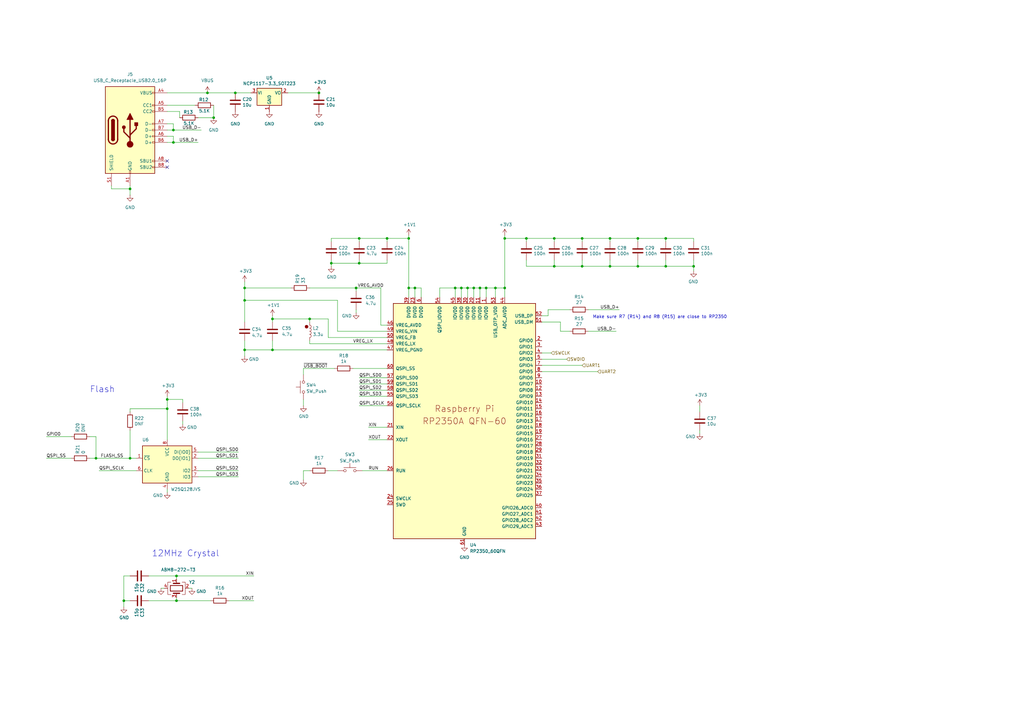
<source format=kicad_sch>
(kicad_sch (version 20231120) (generator "eeschema") (generator_version "8.0")
  (paper "A3")
  (lib_symbols
    (symbol "Connector:USB_C_Receptacle_USB2.0_16P" (pin_names (offset 1.016))
      (property "Reference" "J" (at 0 22.225 0))
      (property "Value" "USB_C_Receptacle_USB2.0_16P" (at 0 19.685 0))
      (symbol "USB_C_Receptacle_USB2.0_16P_0_0"
        (rectangle (start -0.254 -17.78) (end 0.254 -16.764))
        (rectangle (start 10.16 -14.986) (end 9.144 -15.494))
        (rectangle (start 10.16 -12.446) (end 9.144 -12.954))
        (rectangle (start 10.16 -4.826) (end 9.144 -5.334))
        (rectangle (start 10.16 -2.286) (end 9.144 -2.794))
        (rectangle (start 10.16 0.254) (end 9.144 -0.254))
        (rectangle (start 10.16 2.794) (end 9.144 2.286))
        (rectangle (start 10.16 7.874) (end 9.144 7.366))
        (rectangle (start 10.16 10.414) (end 9.144 9.906))
        (rectangle (start 10.16 15.494) (end 9.144 14.986))
      )
      (symbol "USB_C_Receptacle_USB2.0_16P_0_1"
        (rectangle (start -10.16 17.78) (end 10.16 -17.78) (stroke (width 0.254)) (fill (type background)))
        (arc (start -8.89 -3.81) (mid -6.985 -5.7067) (end -5.08 -3.81) (stroke (width 0.508)))
        (arc (start -7.62 -3.81) (mid -6.985 -4.4423) (end -6.35 -3.81) (stroke (width 0.254)))
        (arc (start -7.62 -3.81) (mid -6.985 -4.4423) (end -6.35 -3.81) (stroke (width 0.254)) (fill (type outline)))
        (rectangle (start -7.62 -3.81) (end -6.35 3.81) (stroke (width 0.254)) (fill (type outline)))
        (arc (start -6.35 3.81) (mid -6.985 4.4423) (end -7.62 3.81) (stroke (width 0.254)))
        (arc (start -6.35 3.81) (mid -6.985 4.4423) (end -7.62 3.81) (stroke (width 0.254)) (fill (type outline)))
        (arc (start -5.08 3.81) (mid -6.985 5.7067) (end -8.89 3.81) (stroke (width 0.508)))
        (circle (center -2.54 1.143) (radius 0.635) (stroke (width 0.254)) (fill (type outline)))
        (circle (center 0 -5.842) (radius 1.27) (fill (type outline)))
        (polyline (pts (xy -8.89 -3.81) (xy -8.89 3.81)) (stroke (width 0.508)))
        (polyline (pts (xy -5.08 3.81) (xy -5.08 -3.81)) (stroke (width 0.508)))
        (polyline (pts (xy 0 -5.842) (xy 0 4.318)) (stroke (width 0.508)))
        (polyline (pts (xy 0 -3.302) (xy -2.54 -0.762) (xy -2.54 0.508)) (stroke (width 0.508)))
        (polyline (pts (xy 0 -2.032) (xy 2.54 0.508) (xy 2.54 1.778)) (stroke (width 0.508)))
        (polyline (pts (xy -1.27 4.318) (xy 0 6.858) (xy 1.27 4.318) (xy -1.27 4.318)) (stroke (width 0.254)) (fill (type outline)))
        (rectangle (start 1.905 1.778) (end 3.175 3.048) (stroke (width 0.254)) (fill (type outline)))
      )
      (symbol "USB_C_Receptacle_USB2.0_16P_1_1"
        (pin passive line (at 0 -22.86 90) (length 5.08) (name "GND") (number "A1"))
        (pin passive line (at 0 -22.86 90) (length 5.08) hide (name "GND") (number "A12"))
        (pin passive line (at 15.24 15.24 180) (length 5.08) (name "VBUS") (number "A4"))
        (pin bidirectional line (at 15.24 10.16 180) (length 5.08) (name "CC1") (number "A5"))
        (pin bidirectional line (at 15.24 -2.54 180) (length 5.08) (name "D+") (number "A6"))
        (pin bidirectional line (at 15.24 2.54 180) (length 5.08) (name "D-") (number "A7"))
        (pin bidirectional line (at 15.24 -12.7 180) (length 5.08) (name "SBU1") (number "A8"))
        (pin passive line (at 15.24 15.24 180) (length 5.08) hide (name "VBUS") (number "A9"))
        (pin passive line (at 0 -22.86 90) (length 5.08) hide (name "GND") (number "B1"))
        (pin passive line (at 0 -22.86 90) (length 5.08) hide (name "GND") (number "B12"))
        (pin passive line (at 15.24 15.24 180) (length 5.08) hide (name "VBUS") (number "B4"))
        (pin bidirectional line (at 15.24 7.62 180) (length 5.08) (name "CC2") (number "B5"))
        (pin bidirectional line (at 15.24 -5.08 180) (length 5.08) (name "D+") (number "B6"))
        (pin bidirectional line (at 15.24 0 180) (length 5.08) (name "D-") (number "B7"))
        (pin bidirectional line (at 15.24 -15.24 180) (length 5.08) (name "SBU2") (number "B8"))
        (pin passive line (at 15.24 15.24 180) (length 5.08) hide (name "VBUS") (number "B9"))
        (pin passive line (at -7.62 -22.86 90) (length 5.08) (name "SHIELD") (number "S1"))
      )
    )
    (symbol "Device:C" (pin_numbers hide) (pin_names (offset 0.254))
      (property "Reference" "C" (at 0.635 2.54 0))
      (property "Value" "C" (at 0.635 -2.54 0))
      (symbol "C_0_1"
        (polyline (pts (xy -2.032 -0.762) (xy 2.032 -0.762)) (stroke (width 0.508)))
        (polyline (pts (xy -2.032 0.762) (xy 2.032 0.762)) (stroke (width 0.508)))
      )
      (symbol "C_1_1"
        (pin passive line (at 0 3.81 270) (length 2.794) (name "~") (number "1"))
        (pin passive line (at 0 -3.81 90) (length 2.794) (name "~") (number "2"))
      )
    )
    (symbol "Device:Crystal_GND24" (pin_names (offset 1.016) hide)
      (property "Reference" "Y" (at 3.175 5.08 0))
      (property "Value" "Crystal_GND24" (at 3.175 3.175 0))
      (symbol "Crystal_GND24_0_1"
        (rectangle (start -1.143 2.54) (end 1.143 -2.54) (stroke (width 0.3048)))
        (polyline (pts (xy -2.54 0) (xy -2.032 0)))
        (polyline (pts (xy -2.032 -1.27) (xy -2.032 1.27)) (stroke (width 0.508)))
        (polyline (pts (xy 0 -3.81) (xy 0 -3.556)))
        (polyline (pts (xy 0 3.556) (xy 0 3.81)))
        (polyline (pts (xy 2.032 -1.27) (xy 2.032 1.27)) (stroke (width 0.508)))
        (polyline (pts (xy 2.032 0) (xy 2.54 0)))
        (polyline (pts (xy -2.54 -2.286) (xy -2.54 -3.556) (xy 2.54 -3.556) (xy 2.54 -2.286)))
        (polyline (pts (xy -2.54 2.286) (xy -2.54 3.556) (xy 2.54 3.556) (xy 2.54 2.286)))
      )
      (symbol "Crystal_GND24_1_1"
        (pin passive line (at -3.81 0 0) (length 1.27) (name "1") (number "1"))
        (pin passive line (at 0 5.08 270) (length 1.27) (name "2") (number "2"))
        (pin passive line (at 3.81 0 180) (length 1.27) (name "3") (number "3"))
        (pin passive line (at 0 -5.08 90) (length 1.27) (name "4") (number "4"))
      )
    )
    (symbol "Device:L" (pin_numbers hide) (pin_names (offset 1.016) hide)
      (property "Reference" "L" (at -1.27 0 90))
      (property "Value" "L" (at 1.905 0 90))
      (symbol "L_0_1"
        (arc (start 0 -2.54) (mid 0.6323 -1.905) (end 0 -1.27))
        (arc (start 0 -1.27) (mid 0.6323 -0.635) (end 0 0))
        (arc (start 0 0) (mid 0.6323 0.635) (end 0 1.27))
        (arc (start 0 1.27) (mid 0.6323 1.905) (end 0 2.54))
      )
      (symbol "L_1_1"
        (pin passive line (at 0 3.81 270) (length 1.27) (name "1") (number "1"))
        (pin passive line (at 0 -3.81 90) (length 1.27) (name "2") (number "2"))
      )
    )
    (symbol "Device:R" (pin_numbers hide) (pin_names (offset 0))
      (property "Reference" "R" (at 2.032 0 90))
      (property "Value" "R" (at 0 0 90))
      (symbol "R_0_1"
        (rectangle (start -1.016 -2.54) (end 1.016 2.54) (stroke (width 0.254)))
      )
      (symbol "R_1_1"
        (pin passive line (at 0 3.81 270) (length 1.27) (name "~") (number "1"))
        (pin passive line (at 0 -3.81 90) (length 1.27) (name "~") (number "2"))
      )
    )
    (symbol "GND_1" (power) (pin_numbers hide) (pin_names (offset 0) hide)
      (property "Value" "GND" (at 0 -3.81 0))
      (symbol "GND_1_0_1"
        (polyline (pts (xy 0 0) (xy 0 -1.27) (xy 1.27 -1.27) (xy 0 -2.54) (xy -1.27 -1.27) (xy 0 -1.27)))
      )
      (symbol "GND_1_1_1"
        (pin power_in line (at 0 0 270) (length 0) (name "~") (number "1"))
      )
    )
    (symbol "MCU_RaspberryPi_RP2350:RP2350_60QFN" (pin_names (offset 1.016))
      (property "Reference" "U" (at -29.21 49.53 0))
      (property "Value" "RP2350_60QFN" (at 24.13 -49.53 0))
      (symbol "RP2350_60QFN_0_0"
        (text "Raspberry Pi" (at 0 5.08 0) (effects (font (size 2.54 2.54))))
      )
      (symbol "RP2350_60QFN_0_1"
        (rectangle (start 29.21 48.26) (end -29.21 -48.26) (stroke (width 0.254)) (fill (type background)))
      )
      (symbol "RP2350_60QFN_1_0"
        (text "RP2350A QFN-60" (at 0 0 0) (effects (font (size 2.54 2.54))))
      )
      (symbol "RP2350_60QFN_1_1"
        (pin power_in line (at 8.89 50.8 270) (length 2.54) (name "IOVDD") (number "1"))
        (pin bidirectional line (at 31.75 15.24 180) (length 2.54) (name "GPIO7") (number "10"))
        (pin power_in line (at 6.35 50.8 270) (length 2.54) (name "IOVDD") (number "11"))
        (pin bidirectional line (at 31.75 12.7 180) (length 2.54) (name "GPIO8") (number "12"))
        (pin bidirectional line (at 31.75 10.16 180) (length 2.54) (name "GPIO9") (number "13"))
        (pin bidirectional line (at 31.75 7.62 180) (length 2.54) (name "GPIO10") (number "14"))
        (pin bidirectional line (at 31.75 5.08 180) (length 2.54) (name "GPIO11") (number "15"))
        (pin bidirectional line (at 31.75 2.54 180) (length 2.54) (name "GPIO12") (number "16"))
        (pin bidirectional line (at 31.75 0 180) (length 2.54) (name "GPIO13") (number "17"))
        (pin bidirectional line (at 31.75 -2.54 180) (length 2.54) (name "GPIO14") (number "18"))
        (pin bidirectional line (at 31.75 -5.08 180) (length 2.54) (name "GPIO15") (number "19"))
        (pin bidirectional line (at 31.75 33.02 180) (length 2.54) (name "GPIO0") (number "2"))
        (pin power_in line (at 3.81 50.8 270) (length 2.54) (name "IOVDD") (number "20"))
        (pin input line (at -31.75 -2.54 0) (length 2.54) (name "XIN") (number "21"))
        (pin passive line (at -31.75 -7.62 0) (length 2.54) (name "XOUT") (number "22"))
        (pin power_in line (at -20.32 50.8 270) (length 2.54) (name "DVDD") (number "23"))
        (pin output line (at -31.75 -31.75 0) (length 2.54) (name "SWCLK") (number "24"))
        (pin bidirectional line (at -31.75 -34.29 0) (length 2.54) (name "SWD") (number "25"))
        (pin input line (at -31.75 -20.32 0) (length 2.54) (name "RUN") (number "26"))
        (pin bidirectional line (at 31.75 -7.62 180) (length 2.54) (name "GPIO16") (number "27"))
        (pin bidirectional line (at 31.75 -10.16 180) (length 2.54) (name "GPIO17") (number "28"))
        (pin bidirectional line (at 31.75 -12.7 180) (length 2.54) (name "GPIO18") (number "29"))
        (pin bidirectional line (at 31.75 30.48 180) (length 2.54) (name "GPIO1") (number "3"))
        (pin power_in line (at 1.27 50.8 270) (length 2.54) (name "IOVDD") (number "30"))
        (pin bidirectional line (at 31.75 -15.24 180) (length 2.54) (name "GPIO19") (number "31"))
        (pin bidirectional line (at 31.75 -17.78 180) (length 2.54) (name "GPIO20") (number "32"))
        (pin bidirectional line (at 31.75 -20.32 180) (length 2.54) (name "GPIO21") (number "33"))
        (pin bidirectional line (at 31.75 -22.86 180) (length 2.54) (name "GPIO22") (number "34"))
        (pin bidirectional line (at 31.75 -25.4 180) (length 2.54) (name "GPIO23") (number "35"))
        (pin bidirectional line (at 31.75 -27.94 180) (length 2.54) (name "GPIO24") (number "36"))
        (pin bidirectional line (at 31.75 -30.48 180) (length 2.54) (name "GPIO25") (number "37"))
        (pin power_in line (at -1.27 50.8 270) (length 2.54) (name "IOVDD") (number "38"))
        (pin power_in line (at -22.86 50.8 270) (length 2.54) (name "DVDD") (number "39"))
        (pin bidirectional line (at 31.75 27.94 180) (length 2.54) (name "GPIO2") (number "4"))
        (pin bidirectional line (at 31.75 -35.56 180) (length 2.54) (name "GPIO26_ADC0") (number "40"))
        (pin bidirectional line (at 31.75 -38.1 180) (length 2.54) (name "GPIO27_ADC1") (number "41"))
        (pin bidirectional line (at 31.75 -40.64 180) (length 2.54) (name "GPIO28_ADC2") (number "42"))
        (pin bidirectional line (at 31.75 -43.18 180) (length 2.54) (name "GPIO29_ADC3") (number "43"))
        (pin power_in line (at 16.51 50.8 270) (length 2.54) (name "ADC_AVDD") (number "44"))
        (pin power_in line (at -3.81 50.8 270) (length 2.54) (name "IOVDD") (number "45"))
        (pin power_in line (at -31.75 39.37 0) (length 2.54) (name "VREG_AVDD") (number "46"))
        (pin power_in line (at -31.75 29.21 0) (length 2.54) (name "VREG_PGND") (number "47"))
        (pin power_out line (at -31.75 31.75 0) (length 2.54) (name "VREG_LX") (number "48"))
        (pin power_in line (at -31.75 36.83 0) (length 2.54) (name "VREG_VIN") (number "49"))
        (pin bidirectional line (at 31.75 25.4 180) (length 2.54) (name "GPIO3") (number "5"))
        (pin input line (at -31.75 34.29 0) (length 2.54) (name "VREG_FB") (number "50"))
        (pin bidirectional line (at 31.75 40.64 180) (length 2.54) (name "USB_DM") (number "51"))
        (pin bidirectional line (at 31.75 43.18 180) (length 2.54) (name "USB_DP") (number "52"))
        (pin power_in line (at 12.7 50.8 270) (length 2.54) (name "USB_OTP_VDD") (number "53"))
        (pin power_in line (at -10.16 50.8 270) (length 2.54) (name "QSPI_IOVDD") (number "54"))
        (pin bidirectional line (at -31.75 10.16 0) (length 2.54) (name "QSPI_SD3") (number "55"))
        (pin output line (at -31.75 6.35 0) (length 2.54) (name "QSPI_SCLK") (number "56"))
        (pin bidirectional line (at -31.75 17.78 0) (length 2.54) (name "QSPI_SD0") (number "57"))
        (pin bidirectional line (at -31.75 12.7 0) (length 2.54) (name "QSPI_SD2") (number "58"))
        (pin bidirectional line (at -31.75 15.24 0) (length 2.54) (name "QSPI_SD1") (number "59"))
        (pin power_in line (at -17.78 50.8 270) (length 2.54) (name "DVDD") (number "6"))
        (pin bidirectional line (at -31.75 21.59 0) (length 2.54) (name "QSPI_SS") (number "60"))
        (pin power_in line (at 0 -50.8 90) (length 2.54) (name "GND") (number "61"))
        (pin bidirectional line (at 31.75 22.86 180) (length 2.54) (name "GPIO4") (number "7"))
        (pin bidirectional line (at 31.75 20.32 180) (length 2.54) (name "GPIO5") (number "8"))
        (pin bidirectional line (at 31.75 17.78 180) (length 2.54) (name "GPIO6") (number "9"))
      )
    )
    (symbol "Memory_Flash:W25Q128JVS"
      (property "Reference" "U" (at -8.89 8.89 0))
      (property "Value" "W25Q128JVS" (at 7.62 8.89 0))
      (symbol "W25Q128JVS_0_1"
        (rectangle (start -10.16 7.62) (end 10.16 -7.62) (stroke (width 0.254)) (fill (type background)))
      )
      (symbol "W25Q128JVS_1_1"
        (pin input line (at -12.7 2.54 0) (length 2.54) (name "~{CS}") (number "1"))
        (pin bidirectional line (at 12.7 2.54 180) (length 2.54) (name "DO(IO1)") (number "2"))
        (pin bidirectional line (at 12.7 -2.54 180) (length 2.54) (name "IO2") (number "3"))
        (pin power_in line (at 0 -10.16 90) (length 2.54) (name "GND") (number "4"))
        (pin bidirectional line (at 12.7 5.08 180) (length 2.54) (name "DI(IO0)") (number "5"))
        (pin input line (at -12.7 -2.54 0) (length 2.54) (name "CLK") (number "6"))
        (pin bidirectional line (at 12.7 -5.08 180) (length 2.54) (name "IO3") (number "7"))
        (pin power_in line (at 0 10.16 270) (length 2.54) (name "VCC") (number "8"))
      )
    )
    (symbol "Regulator_Linear:NCP1117-3.3_SOT223" (pin_names (offset 0.254))
      (property "Reference" "U" (at -3.81 3.175 0))
      (property "Value" "NCP1117-3.3_SOT223" (at 0 3.175 0))
      (symbol "NCP1117-3.3_SOT223_0_1"
        (rectangle (start -5.08 -5.08) (end 5.08 1.905) (stroke (width 0.254)) (fill (type background)))
      )
      (symbol "NCP1117-3.3_SOT223_1_1"
        (pin power_in line (at 0 -7.62 90) (length 2.54) (name "GND") (number "1"))
        (pin power_out line (at 7.62 0 180) (length 2.54) (name "VO") (number "2"))
        (pin power_in line (at -7.62 0 0) (length 2.54) (name "VI") (number "3"))
      )
    )
    (symbol "Switch:SW_Push" (pin_numbers hide) (pin_names (offset 1.016) hide)
      (property "Reference" "SW" (at 1.27 2.54 0))
      (property "Value" "SW_Push" (at 0 -1.524 0))
      (symbol "SW_Push_0_1"
        (circle (center -2.032 0) (radius 0.508))
        (polyline (pts (xy 0 1.27) (xy 0 3.048)))
        (polyline (pts (xy 2.54 1.27) (xy -2.54 1.27)))
        (circle (center 2.032 0) (radius 0.508))
        (pin passive line (at -5.08 0 0) (length 2.54) (name "1") (number "1"))
        (pin passive line (at 5.08 0 180) (length 2.54) (name "2") (number "2"))
      )
    )
    (symbol "power:+1V1" (power) (pin_names (offset 0))
      (property "Value" "+1V1" (at 0 3.556 0))
      (symbol "+1V1_0_1"
        (polyline (pts (xy -0.762 1.27) (xy 0 2.54)))
        (polyline (pts (xy 0 0) (xy 0 2.54)))
        (polyline (pts (xy 0 2.54) (xy 0.762 1.27)))
      )
      (symbol "+1V1_1_1"
        (pin power_in line (at 0 0 90) (length 0) hide (name "+1V1") (number "1"))
      )
    )
    (symbol "power:+3V3" (power) (pin_names (offset 0))
      (property "Value" "+3V3" (at 0 3.556 0))
      (symbol "+3V3_0_1"
        (polyline (pts (xy -0.762 1.27) (xy 0 2.54)))
        (polyline (pts (xy 0 0) (xy 0 2.54)))
        (polyline (pts (xy 0 2.54) (xy 0.762 1.27)))
      )
      (symbol "+3V3_1_1"
        (pin power_in line (at 0 0 90) (length 0) hide (name "+3V3") (number "1"))
      )
    )
    (symbol "power:GND" (power) (pin_names (offset 0))
      (property "Value" "GND" (at 0 -3.81 0))
      (symbol "GND_0_1"
        (polyline (pts (xy 0 0) (xy 0 -1.27) (xy 1.27 -1.27) (xy 0 -2.54) (xy -1.27 -1.27) (xy 0 -1.27)))
      )
      (symbol "GND_1_1"
        (pin power_in line (at 0 0 270) (length 0) hide (name "GND") (number "1"))
      )
    )
    (symbol "power:VBUS" (power) (pin_numbers hide) (pin_names (offset 0) hide)
      (property "Value" "VBUS" (at 0 3.556 0))
      (symbol "VBUS_0_1"
        (polyline (pts (xy -0.762 1.27) (xy 0 2.54)))
        (polyline (pts (xy 0 0) (xy 0 2.54)))
        (polyline (pts (xy 0 2.54) (xy 0.762 1.27)))
      )
      (symbol "VBUS_1_1"
        (pin power_in line (at 0 0 90) (length 0) (name "~") (number "1"))
      )
    )
  )
  (junction (at 207.01 118.11))
  (junction (at 85.09 38.1))
  (junction (at 158.75 97.79))
  (junction (at 191.77 118.11))
  (junction (at 273.05 97.79))
  (junction (at 215.9 97.79))
  (junction (at 96.52 38.1))
  (junction (at 130.81 38.1))
  (junction (at 261.62 97.79))
  (junction (at 50.8 246.38))
  (junction (at 167.64 97.79))
  (junction (at 167.64 118.11))
  (junction (at 227.33 97.79))
  (junction (at 189.23 118.11))
  (junction (at 111.76 130.81))
  (junction (at 71.12 53.34))
  (junction (at 135.89 107.95))
  (junction (at 227.33 109.22))
  (junction (at 261.62 109.22))
  (junction (at 68.58 163.83))
  (junction (at 147.32 107.95))
  (junction (at 127 130.81))
  (junction (at 100.33 118.11))
  (junction (at 284.48 109.22))
  (junction (at 238.76 97.79))
  (junction (at 72.39 236.22))
  (junction (at 186.69 118.11))
  (junction (at 199.39 118.11))
  (junction (at 250.19 97.79))
  (junction (at 39.37 187.96))
  (junction (at 196.85 118.11))
  (junction (at 146.05 118.11))
  (junction (at 100.33 123.19))
  (junction (at 147.32 97.79))
  (junction (at 72.39 246.38))
  (junction (at 250.19 109.22))
  (junction (at 87.63 48.26))
  (junction (at 207.01 97.79))
  (junction (at 194.31 118.11))
  (junction (at 100.33 143.51))
  (junction (at 71.12 58.42))
  (junction (at 68.58 167.64))
  (junction (at 170.18 118.11))
  (junction (at 238.76 109.22))
  (junction (at 53.34 187.96))
  (junction (at 111.76 143.51))
  (junction (at 273.05 109.22))
  (junction (at 53.34 77.47))
  (junction (at 203.2 118.11))
  (no_connect (at 68.58 68.58))
  (no_connect (at 68.58 66.04))
  (wire (pts (xy 50.8 246.38) (xy 50.8 248.92)))
  (wire (pts (xy 135.89 107.95) (xy 135.89 109.22)))
  (wire (pts (xy 135.89 107.95) (xy 147.32 107.95)))
  (wire (pts (xy 100.33 123.19) (xy 138.43 123.19)))
  (wire (pts (xy 135.89 97.79) (xy 147.32 97.79)))
  (wire (pts (xy 167.64 96.52) (xy 167.64 97.79)))
  (wire (pts (xy 233.68 127) (xy 224.79 127)))
  (wire (pts (xy 138.43 123.19) (xy 138.43 135.89)))
  (wire (pts (xy 130.81 38.1) (xy 118.11 38.1)))
  (wire (pts (xy 261.62 99.06) (xy 261.62 97.79)))
  (wire (pts (xy 19.05 187.96) (xy 29.21 187.96)))
  (wire (pts (xy 199.39 118.11) (xy 203.2 118.11)))
  (wire (pts (xy 261.62 109.22) (xy 250.19 109.22)))
  (wire (pts (xy 287.02 176.53) (xy 287.02 177.8)))
  (wire (pts (xy 72.39 246.38) (xy 86.36 246.38)))
  (wire (pts (xy 71.12 50.8) (xy 71.12 53.34)))
  (wire (pts (xy 146.05 118.11) (xy 146.05 119.38)))
  (wire (pts (xy 224.79 127) (xy 224.79 129.54)))
  (wire (pts (xy 74.93 163.83) (xy 68.58 163.83)))
  (wire (pts (xy 207.01 96.52) (xy 207.01 97.79)))
  (wire (pts (xy 147.32 162.56) (xy 158.75 162.56)))
  (wire (pts (xy 273.05 106.68) (xy 273.05 109.22)))
  (wire (pts (xy 215.9 97.79) (xy 227.33 97.79)))
  (wire (pts (xy 53.34 167.64) (xy 68.58 167.64)))
  (wire (pts (xy 158.75 99.06) (xy 158.75 97.79)))
  (wire (pts (xy 100.33 118.11) (xy 100.33 123.19)))
  (wire (pts (xy 147.32 97.79) (xy 158.75 97.79)))
  (wire (pts (xy 273.05 97.79) (xy 284.48 97.79)))
  (wire (pts (xy 250.19 99.06) (xy 250.19 97.79)))
  (wire (pts (xy 273.05 99.06) (xy 273.05 97.79)))
  (wire (pts (xy 284.48 109.22) (xy 284.48 111.125)))
  (wire (pts (xy 215.9 106.68) (xy 215.9 109.22)))
  (wire (pts (xy 100.33 118.11) (xy 119.38 118.11)))
  (wire (pts (xy 111.76 143.51) (xy 158.75 143.51)))
  (wire (pts (xy 39.37 179.07) (xy 39.37 187.96)))
  (wire (pts (xy 80.01 43.18) (xy 68.58 43.18)))
  (wire (pts (xy 77.47 241.3) (xy 78.74 241.3)))
  (wire (pts (xy 167.64 118.11) (xy 170.18 118.11)))
  (wire (pts (xy 134.62 130.81) (xy 127 130.81)))
  (wire (pts (xy 81.28 193.04) (xy 97.79 193.04)))
  (wire (pts (xy 100.33 143.51) (xy 100.33 146.05)))
  (wire (pts (xy 68.58 162.56) (xy 68.58 163.83)))
  (wire (pts (xy 74.93 165.1) (xy 74.93 163.83)))
  (wire (pts (xy 127 140.97) (xy 127 139.7)))
  (wire (pts (xy 39.37 187.96) (xy 53.34 187.96)))
  (wire (pts (xy 40.64 193.04) (xy 55.88 193.04)))
  (wire (pts (xy 238.76 99.06) (xy 238.76 97.79)))
  (wire (pts (xy 227.33 109.22) (xy 215.9 109.22)))
  (wire (pts (xy 158.75 97.79) (xy 167.64 97.79)))
  (wire (pts (xy 100.33 143.51) (xy 111.76 143.51)))
  (wire (pts (xy 151.13 180.34) (xy 158.75 180.34)))
  (wire (pts (xy 85.09 38.1) (xy 96.52 38.1)))
  (wire (pts (xy 189.23 118.11) (xy 189.23 121.92)))
  (wire (pts (xy 245.11 152.4) (xy 222.25 152.4)))
  (wire (pts (xy 81.28 195.58) (xy 97.79 195.58)))
  (wire (pts (xy 156.21 133.35) (xy 158.75 133.35)))
  (wire (pts (xy 71.12 53.34) (xy 68.58 53.34)))
  (wire (pts (xy 96.52 38.1) (xy 102.87 38.1)))
  (wire (pts (xy 100.33 139.7) (xy 100.33 143.51)))
  (wire (pts (xy 87.63 48.26) (xy 87.63 43.18)))
  (wire (pts (xy 53.34 246.38) (xy 50.8 246.38)))
  (wire (pts (xy 158.75 138.43) (xy 134.62 138.43)))
  (wire (pts (xy 60.96 246.38) (xy 72.39 246.38)))
  (wire (pts (xy 147.32 160.02) (xy 158.75 160.02)))
  (wire (pts (xy 81.28 187.96) (xy 97.79 187.96)))
  (wire (pts (xy 191.77 118.11) (xy 194.31 118.11)))
  (wire (pts (xy 186.69 118.11) (xy 189.23 118.11)))
  (wire (pts (xy 124.46 163.83) (xy 124.46 166.37)))
  (wire (pts (xy 250.19 97.79) (xy 261.62 97.79)))
  (wire (pts (xy 186.69 118.11) (xy 186.69 121.92)))
  (wire (pts (xy 191.77 118.11) (xy 191.77 121.92)))
  (wire (pts (xy 284.48 99.06) (xy 284.48 97.79)))
  (wire (pts (xy 73.66 45.72) (xy 68.58 45.72)))
  (wire (pts (xy 215.9 99.06) (xy 215.9 97.79)))
  (wire (pts (xy 111.76 130.81) (xy 127 130.81)))
  (wire (pts (xy 254 127) (xy 241.3 127)))
  (wire (pts (xy 199.39 118.11) (xy 199.39 121.92)))
  (wire (pts (xy 72.39 236.22) (xy 104.14 236.22)))
  (wire (pts (xy 36.83 179.07) (xy 39.37 179.07)))
  (wire (pts (xy 127 130.81) (xy 127 132.08)))
  (wire (pts (xy 137.16 151.13) (xy 124.46 151.13)))
  (wire (pts (xy 287.02 166.37) (xy 287.02 168.91)))
  (wire (pts (xy 72.39 237.49) (xy 72.39 236.22)))
  (wire (pts (xy 135.89 106.68) (xy 135.89 107.95)))
  (wire (pts (xy 229.87 135.89) (xy 229.87 132.08)))
  (wire (pts (xy 72.39 245.11) (xy 72.39 246.38)))
  (wire (pts (xy 134.62 193.04) (xy 138.43 193.04)))
  (wire (pts (xy 261.62 97.79) (xy 273.05 97.79)))
  (wire (pts (xy 238.76 149.86) (xy 222.25 149.86)))
  (wire (pts (xy 180.34 118.11) (xy 186.69 118.11)))
  (wire (pts (xy 111.76 139.7) (xy 111.76 143.51)))
  (wire (pts (xy 194.31 118.11) (xy 194.31 121.92)))
  (wire (pts (xy 229.87 132.08) (xy 222.25 132.08)))
  (wire (pts (xy 261.62 106.68) (xy 261.62 109.22)))
  (wire (pts (xy 207.01 97.79) (xy 215.9 97.79)))
  (wire (pts (xy 238.76 109.22) (xy 227.33 109.22)))
  (wire (pts (xy 147.32 157.48) (xy 158.75 157.48)))
  (wire (pts (xy 74.93 172.72) (xy 74.93 173.99)))
  (wire (pts (xy 144.78 151.13) (xy 158.75 151.13)))
  (wire (pts (xy 68.58 38.1) (xy 85.09 38.1)))
  (wire (pts (xy 238.76 97.79) (xy 250.19 97.79)))
  (wire (pts (xy 68.58 200.66) (xy 68.58 201.93)))
  (wire (pts (xy 226.06 144.78) (xy 222.25 144.78)))
  (wire (pts (xy 53.34 187.96) (xy 55.88 187.96)))
  (wire (pts (xy 66.04 241.3) (xy 67.31 241.3)))
  (wire (pts (xy 71.12 53.34) (xy 82.55 53.34)))
  (wire (pts (xy 147.32 154.94) (xy 158.75 154.94)))
  (wire (pts (xy 147.32 106.68) (xy 147.32 107.95)))
  (wire (pts (xy 45.72 77.47) (xy 45.72 76.2)))
  (wire (pts (xy 71.12 58.42) (xy 68.58 58.42)))
  (wire (pts (xy 170.18 118.11) (xy 170.18 121.92)))
  (wire (pts (xy 167.64 97.79) (xy 167.64 118.11)))
  (wire (pts (xy 227.33 106.68) (xy 227.33 109.22)))
  (wire (pts (xy 146.05 118.11) (xy 156.21 118.11)))
  (wire (pts (xy 224.79 129.54) (xy 222.25 129.54)))
  (wire (pts (xy 36.83 187.96) (xy 39.37 187.96)))
  (wire (pts (xy 60.96 236.22) (xy 72.39 236.22)))
  (wire (pts (xy 250.19 109.22) (xy 238.76 109.22)))
  (wire (pts (xy 53.34 176.53) (xy 53.34 187.96)))
  (wire (pts (xy 45.72 77.47) (xy 53.34 77.47)))
  (wire (pts (xy 68.58 50.8) (xy 71.12 50.8)))
  (wire (pts (xy 146.05 128.27) (xy 146.05 127)))
  (wire (pts (xy 124.46 151.13) (xy 124.46 153.67)))
  (wire (pts (xy 252.73 135.89) (xy 241.3 135.89)))
  (wire (pts (xy 53.34 77.47) (xy 53.34 80.01)))
  (wire (pts (xy 158.75 107.95) (xy 158.75 106.68)))
  (wire (pts (xy 227.33 99.06) (xy 227.33 97.79)))
  (wire (pts (xy 81.28 58.42) (xy 71.12 58.42)))
  (wire (pts (xy 93.98 246.38) (xy 104.14 246.38)))
  (wire (pts (xy 172.72 118.11) (xy 172.72 121.92)))
  (wire (pts (xy 147.32 166.37) (xy 158.75 166.37)))
  (wire (pts (xy 273.05 109.22) (xy 284.48 109.22)))
  (wire (pts (xy 127 118.11) (xy 146.05 118.11)))
  (wire (pts (xy 111.76 132.08) (xy 111.76 130.81)))
  (wire (pts (xy 207.01 118.11) (xy 207.01 121.92)))
  (wire (pts (xy 250.19 106.68) (xy 250.19 109.22)))
  (wire (pts (xy 233.68 135.89) (xy 229.87 135.89)))
  (wire (pts (xy 124.46 193.04) (xy 124.46 196.85)))
  (wire (pts (xy 73.66 48.26) (xy 73.66 45.72)))
  (wire (pts (xy 284.48 106.68) (xy 284.48 109.22)))
  (wire (pts (xy 127 140.97) (xy 158.75 140.97)))
  (wire (pts (xy 180.34 118.11) (xy 180.34 121.92)))
  (wire (pts (xy 134.62 138.43) (xy 134.62 130.81)))
  (wire (pts (xy 189.23 118.11) (xy 191.77 118.11)))
  (wire (pts (xy 138.43 135.89) (xy 158.75 135.89)))
  (wire (pts (xy 238.76 106.68) (xy 238.76 109.22)))
  (wire (pts (xy 135.89 99.06) (xy 135.89 97.79)))
  (wire (pts (xy 147.32 107.95) (xy 158.75 107.95)))
  (wire (pts (xy 53.34 168.91) (xy 53.34 167.64)))
  (wire (pts (xy 227.33 97.79) (xy 238.76 97.79)))
  (wire (pts (xy 147.32 99.06) (xy 147.32 97.79)))
  (wire (pts (xy 50.8 236.22) (xy 50.8 246.38)))
  (wire (pts (xy 203.2 118.11) (xy 207.01 118.11)))
  (wire (pts (xy 71.12 55.88) (xy 71.12 58.42)))
  (wire (pts (xy 81.28 48.26) (xy 87.63 48.26)))
  (wire (pts (xy 68.58 163.83) (xy 68.58 167.64)))
  (wire (pts (xy 196.85 118.11) (xy 199.39 118.11)))
  (wire (pts (xy 100.33 123.19) (xy 100.33 132.08)))
  (wire (pts (xy 68.58 55.88) (xy 71.12 55.88)))
  (wire (pts (xy 194.31 118.11) (xy 196.85 118.11)))
  (wire (pts (xy 148.59 193.04) (xy 158.75 193.04)))
  (wire (pts (xy 167.64 118.11) (xy 167.64 121.92)))
  (wire (pts (xy 127 193.04) (xy 124.46 193.04)))
  (wire (pts (xy 170.18 118.11) (xy 172.72 118.11)))
  (wire (pts (xy 156.21 118.11) (xy 156.21 133.35)))
  (wire (pts (xy 111.76 129.54) (xy 111.76 130.81)))
  (wire (pts (xy 207.01 97.79) (xy 207.01 118.11)))
  (wire (pts (xy 81.28 185.42) (xy 97.79 185.42)))
  (wire (pts (xy 53.34 236.22) (xy 50.8 236.22)))
  (wire (pts (xy 203.2 118.11) (xy 203.2 121.92)))
  (wire (pts (xy 196.85 118.11) (xy 196.85 121.92)))
  (wire (pts (xy 100.33 115.57) (xy 100.33 118.11)))
  (wire (pts (xy 19.05 179.07) (xy 29.21 179.07)))
  (wire (pts (xy 232.41 147.32) (xy 222.25 147.32)))
  (wire (pts (xy 53.34 76.2) (xy 53.34 77.47)))
  (wire (pts (xy 151.13 175.26) (xy 158.75 175.26)))
  (wire (pts (xy 68.58 167.64) (xy 68.58 180.34)))
  (wire (pts (xy 273.05 109.22) (xy 261.62 109.22)))
  (circle (center 125.73 133.985) (radius 0.635) (stroke (width 0) (color 132 0 0 1)) (fill (type color) (color 132 0 0 1)))
  (text "12MHz Crystal" (at 62.23 228.6 0) (effects (font (size 2.54 2.54)) (justify left bottom)))
  (text "Flash" (at 36.83 161.29 0) (effects (font (size 2.54 2.54)) (justify left bottom)))
  (text "Make sure R7 (R14) and R8 (R15) are close to RP2350\n" (at 243.078 130.81 0) (effects (font (size 1.27 1.27)) (justify left bottom)))
  (label "QSPI_SD3" (at 147.32 162.56 0))
  (label "FLASH_SS" (at 41.275 187.96 0))
  (label "USB_D-" (at 82.55 53.34 180))
  (label "QSPI_SD2" (at 147.32 160.02 0))
  (label "QSPI_SCLK" (at 147.32 166.37 0))
  (label "QSPI_SD2" (at 97.79 193.04 180))
  (label "VREG_LX" (at 144.78 140.97 0))
  (label "QSPI_SD1" (at 97.79 187.96 180))
  (label "QSPI_SD3" (at 97.79 195.58 180))
  (label "USB_D+" (at 254 127 180))
  (label "RUN" (at 151.13 193.04 0))
  (label "QSPI_SCLK" (at 40.64 193.04 0))
  (label "QSPI_SD0" (at 147.32 154.94 0))
  (label "~{USB_BOOT}" (at 124.46 151.13 0))
  (label "QSPI_SD0" (at 97.79 185.42 180))
  (label "GPIO0" (at 19.05 179.07 0))
  (label "VREG_AVDD" (at 146.685 118.11 0))
  (label "USB_D-" (at 252.73 135.89 180))
  (label "XOUT" (at 151.13 180.34 0))
  (label "XIN" (at 104.14 236.22 180))
  (label "USB_D+" (at 81.28 58.42 180))
  (label "XOUT" (at 104.14 246.38 180))
  (label "QSPI_SS" (at 19.05 187.96 0))
  (label "QSPI_SD1" (at 147.32 157.48 0))
  (label "XIN" (at 151.13 175.26 0))
  (hierarchical_label "UART1" (shape input) (at 238.76 149.86 0))
  (hierarchical_label "SWCLK" (shape input) (at 226.06 144.78 0))
  (hierarchical_label "SWDIO" (shape input) (at 232.41 147.32 0))
  (hierarchical_label "UART2" (shape input) (at 245.11 152.4 0))
  (symbol (lib_id "Device:C") (at 238.76 102.87 0) (unit 1)
    (property "Reference" "C27" (at 241.681 101.7016 0) (effects (justify left)))
    (property "Value" "100n" (at 241.681 104.013 0) (effects (justify left)))
    (property "Footprint" "Capacitor_SMD:C_0402_1005Metric" (effects (hide yes)))
  )
  (symbol (lib_id "Device:C") (at 250.19 102.87 0) (unit 1)
    (property "Reference" "C28" (at 253.111 101.7016 0) (effects (justify left)))
    (property "Value" "100n" (at 253.111 104.013 0) (effects (justify left)))
    (property "Footprint" "Capacitor_SMD:C_0402_1005Metric" (effects (hide yes)))
  )
  (symbol (lib_id "power:GND") (at 74.93 173.99 0) (unit 1)
    (property "Reference" "#PWR057" (effects (hide yes)))
    (property "Value" "GND" (at 78.74 175.26 0))
  )
  (symbol (lib_id "power:VBUS") (at 85.09 38.1 0) (unit 1)
    (property "Reference" "#PWR044" (effects (hide yes)))
    (property "Value" "VBUS" (at 85.09 33.02 0))
    (property "Description" "Power symbol creates a global label with name \"VBUS\"" (effects (hide yes)))
  )
  (symbol (lib_id "Device:C") (at 57.15 236.22 270) (unit 1)
    (property "Reference" "C32" (at 58.3184 239.141 0) (effects (justify left)))
    (property "Value" "15p" (at 56.007 239.141 0) (effects (justify left)))
    (property "Footprint" "Capacitor_SMD:C_0402_1005Metric" (effects (hide yes)))
  )
  (symbol (lib_id "Switch:SW_Push") (at 143.51 193.04 0) (unit 1)
    (property "Reference" "SW3" (at 143.51 186.4192 0))
    (property "Value" "SW_Push" (at 143.51 188.9561 0))
    (property "Footprint" "Button_Switch_SMD:SW_Push_1P1T_NO_Vertical_Wuerth_434133025816" (effects (hide yes)))
  )
  (symbol (lib_id "Device:R") (at 130.81 193.04 270) (unit 1)
    (property "Reference" "R17" (at 130.81 187.7822 90))
    (property "Value" "1k" (at 130.81 190.0936 90))
    (property "Footprint" "Resistor_SMD:R_0402_1005Metric" (effects (hide yes)))
  )
  (symbol (lib_id "power:+3V3") (at 100.33 115.57 0) (unit 1)
    (property "Reference" "#PWR050" (effects (hide yes)))
    (property "Value" "+3V3" (at 100.711 111.1758 0))
  )
  (symbol (lib_id "Device:C") (at 261.62 102.87 0) (unit 1)
    (property "Reference" "C29" (at 264.541 101.7016 0) (effects (justify left)))
    (property "Value" "100n" (at 264.541 104.013 0) (effects (justify left)))
    (property "Footprint" "Capacitor_SMD:C_0402_1005Metric" (effects (hide yes)))
  )
  (symbol (lib_name "GND_1") (lib_id "power:GND") (at 53.34 80.01 0) (unit 1)
    (property "Reference" "#PWR037" (effects (hide yes)))
    (property "Value" "GND" (at 53.34 85.09 0))
    (property "Description" "Power symbol creates a global label with name \"GND\" , ground" (effects (hide yes)))
  )
  (symbol (lib_id "power:+1V1") (at 111.76 129.54 0) (unit 1)
    (property "Reference" "#PWR052" (effects (hide yes)))
    (property "Value" "+1V1" (at 112.141 125.1458 0))
  )
  (symbol (lib_id "power:GND") (at 100.33 146.05 0) (mirror y) (unit 1)
    (property "Reference" "#PWR051" (effects (hide yes)))
    (property "Value" "GND" (at 104.14 147.32 0))
  )
  (symbol (lib_id "Device:C") (at 287.02 172.72 0) (unit 1)
    (property "Reference" "C37" (at 289.941 171.5516 0) (effects (justify left)))
    (property "Value" "10u" (at 289.941 173.863 0) (effects (justify left)))
    (property "Footprint" "Capacitor_SMD:C_0805_2012Metric" (effects (hide yes)))
  )
  (symbol (lib_id "Memory_Flash:W25Q128JVS") (at 68.58 190.5 0) (unit 1)
    (property "Reference" "U6" (at 59.69 180.34 0))
    (property "Value" "W25Q128JVS" (at 76.2 200.66 0))
    (property "Footprint" "Package_SO:SOIC-8_5.23x5.23mm_P1.27mm" (effects (hide yes)))
    (property "Datasheet" "http://www.winbond.com/resource-files/w25q128jv_dtr%20revc%2003272018%20plus.pdf" (effects (hide yes)))
  )
  (symbol (lib_id "Device:R") (at 77.47 48.26 90) (unit 1)
    (property "Reference" "R13" (at 77.216 45.974 90))
    (property "Value" "5.1K" (at 77.47 50.546 90))
    (property "Footprint" "Resistor_SMD:R_0402_1005Metric" (effects (hide yes)))
    (property "Description" "Resistor" (effects (hide yes)))
  )
  (symbol (lib_id "Device:C") (at 135.89 102.87 0) (unit 1)
    (property "Reference" "C22" (at 138.811 101.7016 0) (effects (justify left)))
    (property "Value" "100n" (at 138.811 104.013 0) (effects (justify left)))
    (property "Footprint" "Capacitor_SMD:C_0402_1005Metric" (effects (hide yes)))
  )
  (symbol (lib_id "Device:R") (at 90.17 246.38 270) (unit 1)
    (property "Reference" "R16" (at 90.17 241.1222 90))
    (property "Value" "1k" (at 90.17 243.4336 90))
    (property "Footprint" "Resistor_SMD:R_0402_1005Metric" (effects (hide yes)))
  )
  (symbol (lib_name "GND_1") (lib_id "power:GND") (at 130.81 45.72 0) (unit 1)
    (property "Reference" "#PWR035" (effects (hide yes)))
    (property "Value" "GND" (at 130.81 50.8 0))
    (property "Description" "Power symbol creates a global label with name \"GND\" , ground" (effects (hide yes)))
  )
  (symbol (lib_id "Device:C") (at 74.93 168.91 0) (unit 1)
    (property "Reference" "C38" (at 77.851 167.7416 0) (effects (justify left)))
    (property "Value" "100n" (at 77.851 170.053 0) (effects (justify left)))
    (property "Footprint" "Capacitor_SMD:C_0402_1005Metric" (effects (hide yes)))
  )
  (symbol (lib_id "Device:C") (at 158.75 102.87 0) (unit 1)
    (property "Reference" "C24" (at 161.671 101.7016 0) (effects (justify left)))
    (property "Value" "100n" (at 161.671 104.013 0) (effects (justify left)))
    (property "Footprint" "Capacitor_SMD:C_0402_1005Metric" (effects (hide yes)))
  )
  (symbol (lib_id "Device:L") (at 127 135.89 0) (unit 1)
    (property "Reference" "L2" (at 128.27 134.62 0) (effects (justify left)))
    (property "Value" "3.3u" (at 128.27 137.16 0) (effects (justify left)))
    (property "Footprint" "RP2350_60QFN_minimal:L_pol_2016" (effects (hide yes)))
  )
  (symbol (lib_id "power:GND") (at 287.02 177.8 0) (unit 1)
    (property "Reference" "#PWR054" (effects (hide yes)))
    (property "Value" "GND" (at 283.21 179.07 0))
  )
  (symbol (lib_id "Device:R") (at 237.49 135.89 270) (unit 1)
    (property "Reference" "R15" (at 237.49 130.6322 90))
    (property "Value" "27" (at 237.49 132.9436 90))
    (property "Footprint" "Resistor_SMD:R_0402_1005Metric" (effects (hide yes)))
  )
  (symbol (lib_id "power:+3V3") (at 130.81 38.1 0) (unit 1)
    (property "Reference" "#PWR036" (effects (hide yes)))
    (property "Value" "+3V3" (at 131.191 33.7058 0))
  )
  (symbol (lib_id "Connector:USB_C_Receptacle_USB2.0_16P") (at 53.34 53.34 0) (unit 1)
    (property "Reference" "J5" (at 53.34 30.48 0))
    (property "Value" "USB_C_Receptacle_USB2.0_16P" (at 53.34 33.02 0))
    (property "Footprint" "Connector_USB:USB_C_Receptacle_HRO_TYPE-C-31-M-12" (effects (hide yes)))
    (property "Datasheet" "https://www.usb.org/sites/default/files/documents/usb_type-c.zip" (effects (hide yes)))
    (property "Description" "USB 2.0-only 16P Type-C Receptacle connector" (effects (hide yes)))
  )
  (symbol (lib_id "Device:R") (at 237.49 127 270) (unit 1)
    (property "Reference" "R14" (at 237.49 121.7422 90))
    (property "Value" "27" (at 237.49 124.0536 90))
    (property "Footprint" "Resistor_SMD:R_0402_1005Metric" (effects (hide yes)))
  )
  (symbol (lib_id "Device:C") (at 147.32 102.87 0) (unit 1)
    (property "Reference" "C23" (at 150.241 101.7016 0) (effects (justify left)))
    (property "Value" "4.7u" (at 150.241 104.013 0) (effects (justify left)))
    (property "Footprint" "Capacitor_SMD:C_0402_1005Metric" (effects (hide yes)))
  )
  (symbol (lib_id "Device:R") (at 53.34 172.72 0) (unit 1)
    (property "Reference" "R22" (at 55.118 171.5516 0) (effects (justify left)))
    (property "Value" "DNF" (at 55.118 173.863 0) (effects (justify left)))
    (property "Footprint" "Resistor_SMD:R_0402_1005Metric" (effects (hide yes)))
  )
  (symbol (lib_id "power:+3V3") (at 68.58 162.56 0) (unit 1)
    (property "Reference" "#PWR055" (effects (hide yes)))
    (property "Value" "+3V3" (at 68.961 158.1658 0))
  )
  (symbol (lib_id "Device:C") (at 284.48 102.87 0) (unit 1)
    (property "Reference" "C31" (at 287.401 101.7016 0) (effects (justify left)))
    (property "Value" "100n" (at 287.401 104.013 0) (effects (justify left)))
    (property "Footprint" "Capacitor_SMD:C_0402_1005Metric" (effects (hide yes)))
  )
  (symbol (lib_id "Device:C") (at 57.15 246.38 270) (unit 1)
    (property "Reference" "C33" (at 58.3184 249.301 0) (effects (justify left)))
    (property "Value" "15p" (at 56.007 249.301 0) (effects (justify left)))
    (property "Footprint" "Capacitor_SMD:C_0402_1005Metric" (effects (hide yes)))
  )
  (symbol (lib_id "power:GND") (at 50.8 248.92 0) (unit 1)
    (property "Reference" "#PWR045" (effects (hide yes)))
    (property "Value" "GND" (at 50.927 253.3142 0))
  )
  (symbol (lib_name "GND_1") (lib_id "power:GND") (at 190.5 223.52 0) (unit 1)
    (property "Reference" "#PWR039" (effects (hide yes)))
    (property "Value" "GND" (at 190.5 228.6 0))
    (property "Description" "Power symbol creates a global label with name \"GND\" , ground" (effects (hide yes)))
  )
  (symbol (lib_id "power:GND") (at 68.58 201.93 0) (unit 1)
    (property "Reference" "#PWR056" (effects (hide yes)))
    (property "Value" "GND" (at 64.77 203.2 0))
  )
  (symbol (lib_name "GND_1") (lib_id "power:GND") (at 87.63 48.26 0) (unit 1)
    (property "Reference" "#PWR038" (effects (hide yes)))
    (property "Value" "GND" (at 87.63 53.34 0))
    (property "Description" "Power symbol creates a global label with name \"GND\" , ground" (effects (hide yes)))
  )
  (symbol (lib_id "Device:R") (at 33.02 187.96 90) (unit 1)
    (property "Reference" "R21" (at 31.8516 186.182 0) (effects (justify left)))
    (property "Value" "0" (at 34.163 186.182 0) (effects (justify left)))
    (property "Footprint" "Resistor_SMD:R_0402_1005Metric" (effects (hide yes)))
  )
  (symbol (lib_id "Device:R") (at 123.19 118.11 90) (unit 1)
    (property "Reference" "R19" (at 122.0216 116.332 0) (effects (justify left)))
    (property "Value" "33" (at 124.333 116.332 0) (effects (justify left)))
    (property "Footprint" "Resistor_SMD:R_0402_1005Metric" (effects (hide yes)))
  )
  (symbol (lib_name "GND_1") (lib_id "power:GND") (at 110.49 45.72 0) (unit 1)
    (property "Reference" "#PWR033" (effects (hide yes)))
    (property "Value" "GND" (at 110.49 50.8 0))
    (property "Description" "Power symbol creates a global label with name \"GND\" , ground" (effects (hide yes)))
  )
  (symbol (lib_id "MCU_RaspberryPi_RP2350:RP2350_60QFN") (at 190.5 172.72 0) (unit 1)
    (property "Reference" "U4" (at 192.6941 223.52 0) (effects (justify left)))
    (property "Value" "RP2350_60QFN" (at 192.6941 226.06 0) (effects (justify left)))
    (property "Footprint" "RP2350_60QFN_minimal:RP2350-QFN-60-1EP_7x7_P0.4mm_EP3.4x3.4mm_ThermalVias" (effects (hide yes)))
  )
  (symbol (lib_id "Device:C") (at 130.81 41.91 0) (unit 1)
    (property "Reference" "C21" (at 133.731 40.7416 0) (effects (justify left)))
    (property "Value" "10u" (at 133.731 43.053 0) (effects (justify left)))
    (property "Footprint" "Capacitor_SMD:C_0805_2012Metric" (effects (hide yes)))
  )
  (symbol (lib_id "power:GND") (at 146.05 128.27 0) (unit 1)
    (property "Reference" "#PWR053" (effects (hide yes)))
    (property "Value" "GND" (at 142.24 129.54 0))
  )
  (symbol (lib_id "power:GND") (at 284.48 111.125 0) (mirror y) (unit 1)
    (property "Reference" "#PWR043" (effects (hide yes)))
    (property "Value" "GND" (at 284.353 115.5192 0))
  )
  (symbol (lib_id "power:+1V1") (at 167.64 96.52 0) (unit 1)
    (property "Reference" "#PWR041" (effects (hide yes)))
    (property "Value" "+1V1" (at 168.021 92.1258 0))
  )
  (symbol (lib_id "Device:C") (at 215.9 102.87 0) (unit 1)
    (property "Reference" "C25" (at 218.821 101.7016 0) (effects (justify left)))
    (property "Value" "100n" (at 218.821 104.013 0) (effects (justify left)))
    (property "Footprint" "Capacitor_SMD:C_0402_1005Metric" (effects (hide yes)))
  )
  (symbol (lib_id "Device:C") (at 273.05 102.87 0) (unit 1)
    (property "Reference" "C30" (at 275.971 101.7016 0) (effects (justify left)))
    (property "Value" "100n" (at 275.971 104.013 0) (effects (justify left)))
    (property "Footprint" "Capacitor_SMD:C_0402_1005Metric" (effects (hide yes)))
  )
  (symbol (lib_id "Device:Crystal_GND24") (at 72.39 241.3 270) (unit 1)
    (property "Reference" "Y2" (at 77.47 238.76 90) (effects (justify left)))
    (property "Value" "ABM8-272-T3" (at 66.04 233.68 90) (effects (justify left)))
    (property "Footprint" "Crystal:Crystal_SMD_3225-4Pin_3.2x2.5mm" (effects (hide yes)))
  )
  (symbol (lib_id "power:GND") (at 124.46 166.37 0) (unit 1)
    (property "Reference" "#PWR049" (effects (hide yes)))
    (property "Value" "GND" (at 124.587 170.7642 0))
  )
  (symbol (lib_id "power:+3V3") (at 287.02 166.37 0) (unit 1)
    (property "Reference" "#PWR031" (effects (hide yes)))
    (property "Value" "+3V3" (at 287.401 161.9758 0))
  )
  (symbol (lib_id "Regulator_Linear:NCP1117-3.3_SOT223") (at 110.49 38.1 0) (unit 1)
    (property "Reference" "U5" (at 110.49 31.9532 0))
    (property "Value" "NCP1117-3.3_SOT223" (at 110.49 34.2646 0))
    (property "Footprint" "Package_TO_SOT_SMD:SOT-223-3_TabPin2" (effects (hide yes)))
    (property "Datasheet" "http://www.onsemi.com/pub_link/Collateral/NCP1117-D.PDF" (effects (hide yes)))
  )
  (symbol (lib_id "Device:C") (at 96.52 41.91 0) (unit 1)
    (property "Reference" "C20" (at 99.441 40.7416 0) (effects (justify left)))
    (property "Value" "10u" (at 99.441 43.053 0) (effects (justify left)))
    (property "Footprint" "Capacitor_SMD:C_0805_2012Metric" (effects (hide yes)))
  )
  (symbol (lib_id "Device:C") (at 146.05 123.19 0) (unit 1)
    (property "Reference" "C36" (at 149.86 121.92 0) (effects (justify left)))
    (property "Value" "4.7u" (at 149.86 124.46 0) (effects (justify left)))
    (property "Footprint" "Capacitor_SMD:C_0402_1005Metric" (effects (hide yes)))
  )
  (symbol (lib_id "Device:C") (at 100.33 135.89 0) (unit 1)
    (property "Reference" "C34" (at 103.251 135.0553 0) (effects (justify left)))
    (property "Value" "4.7u" (at 103.251 137.5922 0) (effects (justify left)))
    (property "Footprint" "RP2350_60QFN_minimal:C_0402_1005Metric_small_pads" (effects (hide yes)))
  )
  (symbol (lib_id "power:GND") (at 78.74 241.3 0) (unit 1)
    (property "Reference" "#PWR047" (effects (hide yes)))
    (property "Value" "GND" (at 82.55 242.57 0))
  )
  (symbol (lib_id "Device:R") (at 33.02 179.07 90) (unit 1)
    (property "Reference" "R20" (at 31.8516 177.292 0) (effects (justify left)))
    (property "Value" "DNF" (at 34.163 177.292 0) (effects (justify left)))
    (property "Footprint" "Resistor_SMD:R_0402_1005Metric" (effects (hide yes)))
  )
  (symbol (lib_name "GND_1") (lib_id "power:GND") (at 96.52 45.72 0) (unit 1)
    (property "Reference" "#PWR034" (effects (hide yes)))
    (property "Value" "GND" (at 96.52 50.8 0))
    (property "Description" "Power symbol creates a global label with name \"GND\" , ground" (effects (hide yes)))
  )
  (symbol (lib_id "power:GND") (at 66.04 241.3 0) (unit 1)
    (property "Reference" "#PWR046" (effects (hide yes)))
    (property "Value" "GND" (at 62.23 242.57 0))
  )
  (symbol (lib_id "Device:C") (at 111.76 135.89 0) (unit 1)
    (property "Reference" "C35" (at 115.57 134.62 0) (effects (justify left)))
    (property "Value" "4.7u" (at 115.57 137.16 0) (effects (justify left)))
    (property "Footprint" "RP2350_60QFN_minimal:C_0402_1005Metric_small_pads" (effects (hide yes)))
  )
  (symbol (lib_id "Device:R") (at 140.97 151.13 270) (unit 1)
    (property "Reference" "R18" (at 140.97 145.8722 90))
    (property "Value" "1k" (at 140.97 148.1836 90))
    (property "Footprint" "Resistor_SMD:R_0402_1005Metric" (effects (hide yes)))
  )
  (symbol (lib_id "power:+3V3") (at 207.01 96.52 0) (unit 1)
    (property "Reference" "#PWR042" (effects (hide yes)))
    (property "Value" "+3V3" (at 207.391 92.1258 0))
  )
  (symbol (lib_id "Switch:SW_Push") (at 124.46 158.75 90) (unit 1)
    (property "Reference" "SW4" (at 125.603 157.9153 90) (effects (justify right)))
    (property "Value" "SW_Push" (at 125.603 160.4522 90) (effects (justify right)))
    (property "Footprint" "Button_Switch_SMD:SW_Push_1P1T_NO_Vertical_Wuerth_434133025816" (effects (hide yes)))
  )
  (symbol (lib_id "power:GND") (at 124.46 196.85 0) (unit 1)
    (property "Reference" "#PWR048" (effects (hide yes)))
    (property "Value" "GND" (at 120.65 198.12 0))
  )
  (symbol (lib_id "Device:C") (at 227.33 102.87 0) (unit 1)
    (property "Reference" "C26" (at 230.251 101.7016 0) (effects (justify left)))
    (property "Value" "100n" (at 230.251 104.013 0) (effects (justify left)))
    (property "Footprint" "Capacitor_SMD:C_0402_1005Metric" (effects (hide yes)))
  )
  (symbol (lib_id "Device:R") (at 83.82 43.18 90) (unit 1)
    (property "Reference" "R12" (at 83.566 40.894 90))
    (property "Value" "5.1K" (at 83.82 45.466 90))
    (property "Footprint" "Resistor_SMD:R_0402_1005Metric" (effects (hide yes)))
    (property "Description" "Resistor" (effects (hide yes)))
  )
  (symbol (lib_id "power:GND") (at 135.89 109.22 0) (unit 1)
    (property "Reference" "#PWR040" (effects (hide yes)))
    (property "Value" "GND" (at 136.017 113.6142 0))
  )
)
</source>
